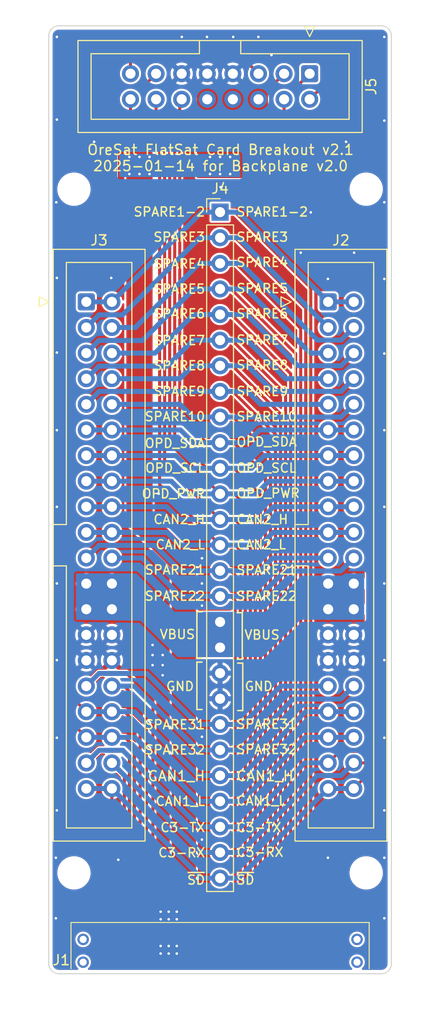
<source format=kicad_pcb>
(kicad_pcb (version 20240108) (generator "pcbnew") (generator_version "8.0")
  (title_block (date "2025-01-13") (rev "2.1"))
  (layers (0 "F.Cu" signal) (31 "B.Cu" signal) (34 "B.Paste" user) (35 "F.Paste" user) (36 "B.SilkS" user "B.Silkscreen") (37 "F.SilkS" user "F.Silkscreen") (38 "B.Mask" user) (39 "F.Mask" user) (44 "Edge.Cuts" user))
  (net 0 "")
  (net 1 "/SPARE1")
  (net 2 "/SPARE3")
  (net 3 "/SPARE4")
  (net 4 "/SPARE5")
  (net 5 "/SPARE6")
  (net 6 "/SPARE7")
  (net 7 "/SPARE8")
  (net 8 "/SPARE9")
  (net 9 "/SPARE10")
  (net 10 "OPD_SDA")
  (net 11 "OPD_SCL")
  (net 12 "CAN2_H")
  (net 13 "CAN2_L")
  (net 14 "/SPARE21")
  (net 15 "/SPARE22")
  (net 16 "VBUS")
  (net 17 "GND")
  (net 18 "/SPARE31")
  (net 19 "/SPARE32")
  (net 20 "CAN1_H")
  (net 21 "CAN1_L")
  (net 22 "C3-UART-TX")
  (net 23 "C3-UART-RX")
  (net 24 "~{SD}")
  (net 25 "OPD_PWR")
  (footprint "MountingHole:MountingHole_3mm" (layer "F.Cu") (at 135.5 132.5)
    (property "Reference" "REF**" (hide yes))
    (property "Value" "MountingHole_3mm")
  )
  (footprint "Connector_PinHeader_2.54mm:PinHeader_1x27_P2.54mm_Vertical" (layer "F.Cu") (at 150 66.975)
    (property "Reference" "J4")
    (property "Value" "68000-227HLF")
  )
  (footprint "Connector_IDC:IDC-Header_2x20_P2.54mm_Vertical" (layer "F.Cu") (at 160.725 75.875)
    (property "Reference" "J2")
    (property "Value" "Conn_01x40")
  )
  (footprint "Connector_IDC:IDC-Header_2x20_P2.54mm_Vertical" (layer "F.Cu") (at 136.725 75.875)
    (property "Reference" "J3")
    (property "Value" "Conn_01x40")
  )
  (footprint "MountingHole:MountingHole_3mm" (layer "F.Cu") (at 164.5 64.7)
    (property "Reference" "REF**" (hide yes))
    (property "Value" "MountingHole_3mm")
  )
  (footprint "oresat-connectors:SFM-120-02-X-DH" (layer "F.Cu") (at 150 142.5 180)
    (property "Reference" "J1")
    (property "Value" "SFM-120-02-L-DH-TR")
  )
  (footprint "Connector_IDC:IDC-Header_2x08_P2.54mm_Vertical" (layer "F.Cu") (at 158.89 53.2475 -90)
    (property "Reference" "J5")
    (property "Value" "Conn_02x08_Odd_Even")
  )
  (footprint "MountingHole:MountingHole_3mm" (layer "F.Cu") (at 164.5 132.5)
    (property "Reference" "REF**" (hide yes))
    (property "Value" "MountingHole_3mm")
  )
  (footprint "MountingHole:MountingHole_3mm" (layer "F.Cu") (at 135.5 64.7)
    (property "Reference" "REF**" (hide yes))
    (property "Value" "MountingHole_3mm")
  )
  (gr_line (start 152.2 106.7) (end 151.7 106.7) (stroke (width 0.15)) (layer "F.SilkS"))
  (gr_line (start 152.2 111.3) (end 152.2 106.7) (stroke (width 0.15)) (layer "F.SilkS"))
  (gr_line (start 148.2 116.3) (end 147.7 116.3) (stroke (width 0.15)) (layer "F.SilkS"))
  (gr_line (start 152.25 116.4) (end 152.25 111.7) (stroke (width 0.15)) (layer "F.SilkS"))
  (gr_line (start 148.2 111.2) (end 147.7 111.2) (stroke (width 0.15)) (layer "F.SilkS"))
  (gr_line (start 147.7 106.6) (end 148.2 106.6) (stroke (width 0.15)) (layer "F.SilkS"))
  (gr_line (start 147.7 111.2) (end 147.7 106.6) (stroke (width 0.15)) (layer "F.SilkS"))
  (gr_line (start 152.25 111.7) (end 151.75 111.7) (stroke (width 0.15)) (layer "F.SilkS"))
  (gr_line (start 151.7 111.3) (end 152.2 111.3) (stroke (width 0.15)) (layer "F.SilkS"))
  (gr_line (start 151.75 116.4) (end 152.25 116.4) (stroke (width 0.15)) (layer "F.SilkS"))
  (gr_line (start 147.7 111.6) (end 148.2 111.6) (stroke (width 0.15)) (layer "F.SilkS"))
  (gr_line (start 147.7 116.3) (end 147.7 111.6) (stroke (width 0.15)) (layer "F.SilkS"))
  (gr_arc (start 133 49.5) (mid 133.292893 48.792893) (end 134 48.5) (stroke (width 0.1)) (layer "Edge.Cuts"))
  (gr_line (start 167 49.5) (end 167 141.5) (stroke (width 0.1)) (layer "Edge.Cuts"))
  (gr_arc (start 166 48.5) (mid 166.707107 48.792893) (end 167 49.5) (stroke (width 0.1)) (layer "Edge.Cuts"))
  (gr_line (start 133 141.5) (end 133 49.5) (stroke (width 0.1)) (layer "Edge.Cuts"))
  (gr_arc (start 167 141.5) (mid 166.707107 142.207107) (end 166 142.5) (stroke (width 0.1)) (layer "Edge.Cuts"))
  (gr_line (start 134 48.5) (end 166 48.5) (stroke (width 0.1)) (layer "Edge.Cuts"))
  (gr_line (start 166 142.5) (end 134 142.5) (stroke (width 0.1)) (layer "Edge.Cuts"))
  (gr_arc (start 134 142.5) (mid 133.292893 142.207107) (end 133 141.5) (stroke (width 0.1)) (layer "Edge.Cuts"))
  (gr_text "SPARE1-2" (at 158.814287 66.95 0) (layer "F.SilkS") (effects (font (size 0.9 0.9)) (justify right)))
  (gr_text "OPD_SCL" (at 148.6 92.35 0) (layer "F.SilkS") (effects (font (size 0.9 0.9)) (justify right)))
  (gr_text "SPARE32" (at 148.6 120.3 0) (layer "F.SilkS") (effects (font (size 0.9 0.9)) (justify right)))
  (gr_text "SPARE31" (at 148.6 117.8 0) (layer "F.SilkS") (effects (font (size 0.9 0.9)) (justify right)))
  (gr_text "SPARE5" (at 156.842858 74.55 0) (layer "F.SilkS") (effects (font (size 0.9 0.9)) (justify right)))
  (gr_text "SPARE4" (at 156.842858 71.95 0) (layer "F.SilkS") (effects (font (size 0.9 0.9)) (justify right)))
  (gr_text "SPARE31" (at 157.700001 117.75 0) (layer "F.SilkS") (effects (font (size 0.9 0.9)) (justify right)))
  (gr_text "C3-TX" (at 156.157143 128 0) (layer "F.SilkS") (effects (font (size 0.9 0.9)) (justify right)))
  (gr_text "CAN1_H" (at 157.389524 122.9 0) (layer "F.SilkS") (effects (font (size 1 1)) (justify right)))
  (gr_text "CAN2_H" (at 148.6 97.45 0) (layer "F.SilkS") (effects (font (size 0.9 0.9)) (justify right)))
  (gr_text "SPARE7" (at 148.6 79.7 0) (layer "F.SilkS") (effects (font (size 0.9 0.9)) (justify right)))
  (gr_text "VBUS" (at 147.6 108.85 0) (layer "F.SilkS") (effects (font (size 0.9 0.9)) (justify right)))
  (gr_text "C3-TX" (at 148.6 128 0) (layer "F.SilkS") (effects (font (size 0.9 0.9)) (justify right)))
  (gr_text "CAN2_L" (at 148.6 99.95 0) (layer "F.SilkS") (effects (font (size 0.9 0.9)) (justify right)))
  (gr_text "VBUS" (at 156 108.9 0) (layer "F.SilkS") (effects (font (size 0.9 0.9)) (justify right)))
  (gr_text "C3-RX" (at 156.371429 130.45 0) (layer "F.SilkS") (effects (font (size 0.9 0.9)) (justify right)))
  (gr_text "C3-RX" (at 148.6 130.5 0) (layer "F.SilkS") (effects (font (size 0.9 0.9)) (justify right)))
  (gr_text "SPARE1-2" (at 148.6 66.95 0) (layer "F.SilkS") (effects (font (size 0.9 0.9)) (justify right)))
  (gr_text "SPARE6" (at 148.6 77.05 0) (layer "F.SilkS") (effects (font (size 0.9 0.9)) (justify right)))
  (gr_text "SPARE21" (at 157.700001 102.45 0) (layer "F.SilkS") (effects (font (size 0.9 0.9)) (justify right)))
  (gr_text "SPARE10" (at 157.700001 87.25 0) (layer "F.SilkS") (effects (font (size 0.9 0.9)) (justify right)))
  (gr_text "CAN1_L\n" (at 156.628571 125.35 0) (layer "F.SilkS") (effects (font (size 0.9 0.9)) (justify right)))
  (gr_text "SPARE10" (at 148.6 87.25 0) (layer "F.SilkS") (effects (font (size 0.9 0.9)) (justify right)))
  (gr_text "SPARE3" (at 156.842858 69.45 0) (layer "F.SilkS") (effects (font (size 0.9 0.9)) (justify right)))
  (gr_text "SPARE7" (at 156.842858 79.65 0) (layer "F.SilkS") (effects (font (size 0.9 0.9)) (justify right)))
  (gr_text "SPARE8" (at 156.842858 82.15 0) (layer "F.SilkS") (effects (font (size 0.9 0.9)) (justify right)))
  (gr_text "OPD_PWR" (at 157.999999 94.85 0) (layer "F.SilkS") (effects (font (size 0.9 0.9)) (justify right)))
  (gr_text "SPARE3" (at 148.6 69.45 0) (layer "F.SilkS") (effects (font (size 0.9 0.9)) (justify right)))
  (gr_text "SPARE32" (at 157.700001 120.25 0) (layer "F.SilkS") (effects (font (size 0.9 0.9)) (justify right)))
  (gr_text "OPD_SDA" (at 148.6 89.9 0) (layer "F.SilkS") (effects (font (size 0.9 0.9)) (justify right)))
  (gr_text "SPARE9" (at 148.6 84.75 0) (layer "F.SilkS") (effects (font (size 0.9 0.9)) (justify right)))
  (gr_text "OreSat FlatSat Card Breakout v2.1\n2025-01-14 for Backplane v2.0" (at 150.05 61.6 0) (layer "F.SilkS") (effects (font (size 1 1))))
  (gr_text "~{SD}" (at 153.5 133.2 0) (layer "F.SilkS") (effects (font (size 0.9 0.9)) (justify right)))
  (gr_text "SPARE6" (at 156.842858 77.05 0) (layer "F.SilkS") (effects (font (size 0.9 0.9)) (justify right)))
  (gr_text "OPD_PWR" (at 148.6 94.9 0) (layer "F.SilkS") (effects (font (size 0.9 0.9)) (justify right)))
  (gr_text "SPARE4" (at 148.6 72.1 0) (layer "F.SilkS") (effects (font (size 0.9 0.9)) (justify right)))
  (gr_text "CAN1_H" (at 148.6 122.9 0) (layer "F.SilkS") (effects (font (size 1 1)) (justify right)))
  (gr_text "CAN1_L\n" (at 148.6 125.4 0) (layer "F.SilkS") (effects (font (size 0.9 0.9)) (justify right)))
  (gr_text "SPARE5" (at 148.6 74.6 0) (layer "F.SilkS") (effects (font (size 0.9 0.9)) (justify right)))
  (gr_text "SPARE22" (at 157.700001 105.05 0) (layer "F.SilkS") (effects (font (size 0.9 0.9)) (justify right)))
  (gr_text "SPARE9" (at 156.842858 84.75 0) (layer "F.SilkS") (effects (font (size 0.9 0.9)) (justify right)))
  (gr_text "SPARE21" (at 148.6 102.45 0) (layer "F.SilkS") (effects (font (size 0.9 0.9)) (justify right)))
  (gr_text "GND" (at 155.3 114 0) (layer "F.SilkS") (effects (font (size 0.9 0.9)) (justify right)))
  (gr_text "CAN2_L" (at 156.628571 99.95 0) (layer "F.SilkS") (effects (font (size 0.9 0.9)) (justify right)))
  (gr_text "OPD_SDA" (at 157.7 89.75 0) (layer "F.SilkS") (effects (font (size 0.9 0.9)) (justify right)))
  (gr_text "GND" (at 147.5 114 0) (layer "F.SilkS") (effects (font (size 0.9 0.9)) (justify right)))
  (gr_text "CAN2_H" (at 156.842857 97.45 0) (layer "F.SilkS") (effects (font (size 0.9 0.9)) (justify right)))
  (gr_text "SPARE8" (at 148.6 82.2 0) (layer "F.SilkS") (effects (font (size 0.9 0.9)) (justify right)))
  (gr_text "SPARE22" (at 148.6 105.05 0) (layer "F.SilkS") (effects (font (size 0.9 0.9)) (justify right)))
  (gr_text "~{SD}" (at 148.6 133.2 0) (layer "F.SilkS") (effects (font (size 0.9 0.9)) (justify right)))
  (gr_text "OPD_SCL" (at 157.657142 92.35 0) (layer "F.SilkS") (effects (font (size 0.9 0.9)) (justify right)))
  (segment (start 161.7475 138.4487) (end 161.7475 134.2475) (width 0.3) (layer "F.Cu") (net 1))
  (segment (start 162.3825 138.4487) (end 161.7475 138.4487) (width 0.3) (layer "F.Cu") (net 1))
  (segment (start 161.7475 134.2475) (end 159 131.5) (width 0.3) (layer "F.Cu") (net 1))
  (segment (start 159 131.5) (end 159 74.5) (width 0.3) (layer "F.Cu") (net 1))
  (segment (start 159 74.5) (end 151.475 66.975) (width 0.3) (layer "F.Cu") (net 1))
  (segment (start 151.475 66.975) (end 150 66.975) (width 0.3) (layer "F.Cu") (net 1))
  (segment (start 148.165 66.975) (end 150 66.975) (width 0.5) (layer "B.Cu") (net 1))
  (segment (start 136.725 75.875) (end 139.265 75.875) (width 0.5) (layer "B.Cu") (net 1))
  (segment (start 163.265 75.875) (end 160.725 75.875) (width 0.5) (layer "B.Cu") (net 1))
  (segment (start 160.725 75.875) (end 151.825 66.975) (width 0.5) (layer "B.Cu") (net 1))
  (segment (start 151.825 66.975) (end 150 66.975) (width 0.5) (layer "B.Cu") (net 1))
  (segment (start 139.265 75.875) (end 148.165 66.975) (width 0.5) (layer "B.Cu") (net 1))
  (segment (start 158.5 132) (end 158.5 76.5) (width 0.3) (layer "F.Cu") (net 2))
  (segment (start 158.5 76.5) (end 151.515 69.515) (width 0.3) (layer "F.Cu") (net 2))
  (segment (start 151.515 69.515) (end 150 69.515) (width 0.3) (layer "F.Cu") (net 2))
  (segment (start 161.1125 134.6125) (end 158.5 132) (width 0.3) (layer "F.Cu") (net 2))
  (segment (start 161.1125 138.4487) (end 161.1125 134.6125) (width 0.3) (layer "F.Cu") (net 2))
  (segment (start 147.985 69.515) (end 140.336911 77.163089) (width 0.5) (layer "B.Cu") (net 2))
  (segment (start 140.336911 77.163089) (end 137.976911 77.163089) (width 0.5) (layer "B.Cu") (net 2))
  (segment (start 160.725 78.415) (end 151.825 69.515) (width 0.5) (layer "B.Cu") (net 2))
  (segment (start 150 69.515) (end 147.985 69.515) (width 0.5) (layer "B.Cu") (net 2))
  (segment (start 151.825 69.515) (end 150 69.515) (width 0.5) (layer "B.Cu") (net 2))
  (segment (start 137.976911 77.163089) (end 136.725 78.415) (width 0.5) (layer "B.Cu") (net 2))
  (segment (start 158 132.5) (end 158 78.5) (width 0.3) (layer "F.Cu") (net 3))
  (segment (start 151.555 72.055) (end 150 72.055) (width 0.3) (layer "F.Cu") (net 3))
  (segment (start 160.4775 134.9775) (end 158 132.5) (width 0.3) (layer "F.Cu") (net 3))
  (segment (start 158 78.5) (end 151.555 72.055) (width 0.3) (layer "F.Cu") (net 3))
  (segment (start 160.4775 138.4487) (end 160.4775 134.9775) (width 0.3) (layer "F.Cu") (net 3))
  (segment (start 139.265 78.415) (end 141.585 78.415) (width 0.5) (layer "B.Cu") (net 3))
  (segment (start 152.055 72.055) (end 150 72.055) (width 0.5) (layer "B.Cu") (net 3))
  (segment (start 162.013089 79.666911) (end 159.666911 79.666911) (width 0.5) (layer "B.Cu") (net 3))
  (segment (start 141.585 78.415) (end 147.945 72.055) (width 0.5) (layer "B.Cu") (net 3))
  (segment (start 147.945 72.055) (end 150 72.055) (width 0.5) (layer "B.Cu") (net 3))
  (segment (start 159.666911 79.666911) (end 152.055 72.055) (width 0.5) (layer "B.Cu") (net 3))
  (segment (start 163.265 78.415) (end 162.013089 79.666911) (width 0.5) (layer "B.Cu") (net 3))
  (segment (start 151.095 74.595) (end 150 74.595) (width 0.3) (layer "F.Cu") (net 4))
  (segment (start 157.5 81) (end 151.095 74.595) (width 0.3) (layer "F.Cu") (net 4))
  (segment (start 157.5 133) (end 157.5 81) (width 0.3) (layer "F.Cu") (net 4))
  (segment (start 159.8425 138.4487) (end 159.8425 135.3425) (width 0.3) (layer "F.Cu") (net 4))
  (segment (start 159.8425 135.3425) (end 157.5 133) (width 0.3) (layer "F.Cu") (net 4))
  (segment (start 152.595 74.595) (end 150 74.595) (width 0.5) (layer "B.Cu") (net 4))
  (segment (start 160.725 80.955) (end 158.955 80.955) (width 0.5) (layer "B.Cu") (net 4))
  (segment (start 158.955 80.955) (end 152.595 74.595) (width 0.5) (layer "B.Cu") (net 4))
  (segment (start 142.296911 79.703089) (end 147.405 74.595) (width 0.5) (layer "B.Cu") (net 4))
  (segment (start 136.725 80.955) (end 137.976911 79.703089) (width 0.5) (layer "B.Cu") (net 4))
  (segment (start 137.976911 79.703089) (end 142.296911 79.703089) (width 0.5) (layer "B.Cu") (net 4))
  (segment (start 147.405 74.595) (end 150 74.595) (width 0.5) (layer "B.Cu") (net 4))
  (segment (start 157 133.5) (end 157 83) (width 0.3) (layer "F.Cu") (net 5))
  (segment (start 159.2075 138.4487) (end 159.2075 135.7075) (width 0.3) (layer "F.Cu") (net 5))
  (segment (start 159.2075 135.7075) (end 157 133.5) (width 0.3) (layer "F.Cu") (net 5))
  (segment (start 157 83) (end 151.135 77.135) (width 0.3) (layer "F.Cu") (net 5))
  (segment (start 151.135 77.135) (end 150 77.135) (width 0.3) (layer "F.Cu") (net 5))
  (segment (start 157.706911 82.206911) (end 162.013089 82.206911) (width 0.5) (layer "B.Cu") (net 5))
  (segment (start 152.635 77.135) (end 157.706911 82.206911) (width 0.5) (layer "B.Cu") (net 5))
  (segment (start 162.013089 82.206911) (end 163.265 80.955) (width 0.5) (layer "B.Cu") (net 5))
  (segment (start 143.545 80.955) (end 147.365 77.135) (width 0.5) (layer "B.Cu") (net 5))
  (segment (start 139.265 80.955) (end 143.545 80.955) (width 0.5) (layer "B.Cu") (net 5))
  (segment (start 147.365 77.135) (end 150 77.135) (width 0.5) (layer "B.Cu") (net 5))
  (segment (start 150 77.135) (end 152.635 77.135) (width 0.5) (layer "B.Cu") (net 5))
  (segment (start 158.5725 136.0725) (end 156.5 134) (width 0.3) (layer "F.Cu") (net 6))
  (segment (start 156.5 85) (end 151.175 79.675) (width 0.3) (layer "F.Cu") (net 6))
  (segment (start 151.175 79.675) (end 150 79.675) (width 0.3) (layer "F.Cu") (net 6))
  (segment (start 158.5725 138.4487) (end 158.5725 136.0725) (width 0.3) (layer "F.Cu") (net 6))
  (segment (start 156.5 134) (end 156.5 85) (width 0.3) (layer "F.Cu") (net 6))
  (segment (start 150 79.675) (end 147.325 79.675) (width 0.5) (layer "B.Cu") (net 6))
  (segment (start 144.756911 82.243089) (end 137.976911 82.243089) (width 0.5) (layer "B.Cu") (net 6))
  (segment (start 156.495 83.495) (end 152.675 79.675) (width 0.5) (layer "B.Cu") (net 6))
  (segment (start 147.325 79.675) (end 144.756911 82.243089) (width 0.5) (layer "B.Cu") (net 6))
  (segment (start 160.725 83.495) (end 156.495 83.495) (width 0.5) (layer "B.Cu") (net 6))
  (segment (start 137.976911 82.243089) (end 136.725 83.495) (width 0.5) (layer "B.Cu") (net 6))
  (segment (start 152.675 79.675) (end 150 79.675) (width 0.5) (layer "B.Cu") (net 6))
  (segment (start 156 87) (end 151.215 82.215) (width 0.3) (layer "F.Cu") (net 7))
  (segment (start 151.215 82.215) (end 150 82.215) (width 0.3) (layer "F.Cu") (net 7))
  (segment (start 157.9375 138.4487) (end 157.9375 136.4375) (width 0.3) (layer "F.Cu") (net 7))
  (segment (start 157.9375 136.4375) (end 156 134.5) (width 0.3) (layer "F.Cu") (net 7))
  (segment (start 156 134.5) (end 156 87) (width 0.3) (layer "F.Cu") (net 7))
  (segment (start 147.285 82.215) (end 150 82.215) (width 0.5) (layer "B.Cu") (net 7))
  (segment (start 146.005 83.495) (end 147.285 82.215) (width 0.5) (layer "B.Cu") (net 7))
  (segment (start 155.246911 84.746911) (end 162.013089 84.746911) (width 0.5) (layer "B.Cu") (net 7))
  (segment (start 162.013089 84.746911) (end 163.265 83.495) (width 0.5) (layer "B.Cu") (net 7))
  (segment (start 152.715 82.215) (end 155.246911 84.746911) (width 0.5) (layer "B.Cu") (net 7))
  (segment (start 150 82.215) (end 152.715 82.215) (width 0.5) (layer "B.Cu") (net 7))
  (segment (start 139.265 83.495) (end 146.005 83.495) (width 0.5) (layer "B.Cu") (net 7))
  (segment (start 157.3025 136.8025) (end 155.5 135) (width 0.3) (layer "F.Cu") (net 8))
  (segment (start 155.5 89) (end 151.255 84.755) (width 0.3) (layer "F.Cu") (net 8))
  (segment (start 151.255 84.755) (end 150 84.755) (width 0.3) (layer "F.Cu") (net 8))
  (segment (start 155.5 135) (end 155.5 89) (width 0.3) (layer "F.Cu") (net 8))
  (segment (start 157.3025 138.4487) (end 157.3025 136.8025) (width 0.3) (layer "F.Cu") (net 8))
  (segment (start 136.725 86.035) (end 138.005 84.755) (width 0.5) (layer "B.Cu") (net 8))
  (segment (start 160.725 86.035) (end 154.035 86.035) (width 0.5) (layer "B.Cu") (net 8))
  (segment (start 154.035 86.035) (end 152.755 84.755) (width 0.5) (layer "B.Cu") (net 8))
  (segment (start 152.755 84.755) (end 150 84.755) (width 0.5) (layer "B.Cu") (net 8))
  (segment (start 138.005 84.755) (end 150 84.755) (width 0.5) (layer "B.Cu") (net 8))
  (segment (start 156.6675 138.4487) (end 156.6675 137.1675) (width 0.3) (layer "F.Cu") (net 9))
  (segment (start 156.6675 137.1675) (end 155 135.5) (width 0.3) (layer "F.Cu") (net 9))
  (segment (start 151.295 87.295) (end 150 87.295) (width 0.3) (layer "F.Cu") (net 9))
  (segment (start 155 135.5) (end 155 91) (width 0.3) (layer "F.Cu") (net 9))
  (segment (start 155 91) (end 151.295 87.295) (width 0.3) (layer "F.Cu") (net 9))
  (segment (start 150 87.295) (end 162.005 87.295) (width 0.5) (layer "B.Cu") (net 9))
  (segment (start 139.265 86.035) (end 146.035 86.035) (width 0.5) (layer "B.Cu") (net 9))
  (segment (start 147.295 87.295) (end 150 87.295) (width 0.5) (layer "B.Cu") (net 9))
  (segment (start 146.035 86.035) (end 147.295 87.295) (width 0.5) (layer "B.Cu") (net 9))
  (segment (start 162.005 87.295) (end 163.265 86.035) (width 0.5) (layer "B.Cu") (net 9))
  (segment (start 151.335 89.835) (end 150 89.835) (width 0.3) (layer "F.Cu") (net 10))
  (segment (start 154.5 93) (end 151.335 89.835) (width 0.3) (layer "F.Cu") (net 10))
  (segment (start 155.3975 136.8975) (end 154.5 136) (width 0.3) (layer "F.Cu") (net 10))
  (segment (start 156.0325 138.4487) (end 155.3975 138.4487) (width 0.3) (layer "F.Cu") (net 10))
  (segment (start 154.5 136) (end 154.5 93) (width 0.3) (layer "F.Cu") (net 10))
  (segment (start 155.3975 138.4487) (end 155.3975 136.8975) (width 0.3) (layer "F.Cu") (net 10))
  (segment (start 150 89.835) (end 148.635 89.835) (width 0.3) (layer "F.Cu") (net 10))
  (segment (start 148.635 89.835) (end 146 87.2) (width 0.3) (layer "F.Cu") (net 10))
  (segment (start 146 87.2) (end 146 55.9775) (width 0.3) (layer "F.Cu") (net 10))
  (segment (start 146 55.9775) (end 146.19 55.7875) (width 0.3) (layer "F.Cu") (net 10))
  (segment (start 153.925 88.575) (end 152.665 89.835) (width 0.5) (layer "B.Cu") (net 10))
  (segment (start 160.725 88.575) (end 163.265 88.575) (width 0.5) (layer "B.Cu") (net 10))
  (segment (start 147.335 89.835) (end 146.075 88.575) (width 0.5) (layer "B.Cu") (net 10))
  (segment (start 160.725 88.575) (end 153.925 88.575) (width 0.5) (layer "B.Cu") (net 10))
  (segment (start 150 89.835) (end 147.335 89.835) (width 0.5) (layer "B.Cu") (net 10))
  (segment (start 139.265 88.575) (end 136.725 88.575) (width 0.5) (layer "B.Cu") (net 10))
  (segment (start 146.075 88.575) (end 139.265 88.575) (width 0.5) (layer "B.Cu") (net 10))
  (segment (start 152.665 89.835) (end 150 89.835) (width 0.5) (layer "B.Cu") (net 10))
  (segment (start 141.6 51.5) (end 141.11 51.99) (width 0.3) (layer "F.Cu") (net 11))
  (segment (start 144.9 57.4) (end 144.9 52.1) (width 0.3) (layer "F.Cu") (net 11))
  (segment (start 144.9 52.1) (end 144.3 51.5) (width 0.3) (layer "F.Cu") (net 11))
  (segment (start 151.375 92.375) (end 150 92.375) (width 0.3) (layer "F.Cu") (net 11))
  (segment (start 154.1275 138.4487) (end 154.1275 136.333928) (width 0.3) (layer "F.Cu") (net 11))
  (segment (start 141.11 51.99) (end 141.11 53.2475) (width 0.3) (layer "F.Cu") (net 11))
  (segment (start 154 95) (end 151.375 92.375) (width 0.3) (layer "F.Cu") (net 11))
  (segment (start 144.3 51.5) (end 141.6 51.5) (width 0.3) (layer "F.Cu") (net 11))
  (segment (start 145.5 58) (end 144.9 57.4) (width 0.3) (layer "F.Cu") (net 11))
  (segment (start 150 92.375) (end 148.675 92.375) (width 0.3) (layer "F.Cu") (net 11))
  (segment (start 154.1275 136.333928) (end 154 136.206428) (width 0.3) (layer "F.Cu") (net 11))
  (segment (start 145.5 89.2) (end 145.5 58) (width 0.3) (layer "F.Cu") (net 11))
  (segment (start 148.675 92.375) (end 145.5 89.2) (width 0.3) (layer "F.Cu") (net 11))
  (segment (start 154 136.206428) (end 154 95) (width 0.3) (layer "F.Cu") (net 11))
  (segment (start 154.7625 138.4487) (end 154.1275 138.4487) (width 0.3) (layer "F.Cu") (net 11))
  (segment (start 139.265 91.115) (end 136.725 91.115) (width 0.5) (layer "B.Cu") (net 11))
  (segment (start 163.265 91.115) (end 160.725 91.115) (width 0.5) (layer "B.Cu") (net 11))
  (segment (start 145.615 91.115) (end 139.265 91.115) (width 0.5) (layer "B.Cu") (net 11))
  (segment (start 153.125 92.375) (end 150 92.375) (width 0.5) (layer "B.Cu") (net 11))
  (segment (start 154.385 91.115) (end 153.125 92.375) (width 0.5) (layer "B.Cu") (net 11))
  (segment (start 146.875 92.375) (end 145.615 91.115) (width 0.5) (layer "B.Cu") (net 11))
  (segment (start 160.725 91.115) (end 154.385 91.115) (width 0.5) (layer "B.Cu") (net 11))
  (segment (start 150 92.375) (end 146.875 92.375) (width 0.5) (layer "B.Cu") (net 11))
  (segment (start 153 135.5) (end 153 99) (width 0.3) (layer "F.Cu") (net 12))
  (segment (start 150 97.455) (end 144.5 91.955) (width 0.3) (layer "F.Cu") (net 12))
  (segment (start 151.5875 136.9125) (end 153 135.5) (width 0.3) (layer "F.Cu") (net 12))
  (segment (start 151.5875 138.4487) (end 151.5875 136.9125) (width 0.3) (layer "F.Cu") (net 12))
  (segment (start 142.4 54.4975) (end 143.65 53.2475) (width 0.3) (layer "F.Cu") (net 12))
  (segment (start 151.455 97.455) (end 150 97.455) (width 0.3) (layer "F.Cu") (net 12))
  (segment (start 144.5 91.955) (end 144.5 59.5) (width 0.3) (layer "F.Cu") (net 12))
  (segment (start 144.5 59.5) (end 142.4 57.4) (width 0.3) (layer "F.Cu") (net 12))
  (segment (start 152.2225 138.4487) (end 151.5875 138.4487) (width 0.3) (layer "F.Cu") (net 12))
  (segment (start 153 99) (end 151.455 97.455) (width 0.3) (layer "F.Cu") (net 12))
  (segment (start 142.4 57.4) (end 142.4 54.4975) (width 0.3) (layer "F.Cu") (net 12))
  (segment (start 150 97.455) (end 154.045 97.455) (width 0.5) (layer "B.Cu") (net 12))
  (segment (start 154.045 97.455) (end 155.305 96.195) (width 0.5) (layer "B.Cu") (net 12))
  (segment (start 145.955 97.455) (end 150 97.455) (width 0.5) (layer "B.Cu") (net 12))
  (segment (start 155.305 96.195) (end 160.725 96.195) (width 0.5) (layer "B.Cu") (net 12))
  (segment (start 139.265 96.195) (end 144.695 96.195) (width 0.5) (layer "B.Cu") (net 12))
  (segment (start 144.695 96.195) (end 145.955 97.455) (width 0.5) (layer "B.Cu") (net 12))
  (segment (start 139.265 96.195) (end 136.725 96.195) (width 0.5) (layer "B.Cu") (net 12))
  (segment (start 160.725 96.195) (end 163.265 96.195) (width 0.5) (layer "B.Cu") (net 12))
  (segment (start 150.3175 137.1825) (end 152.5 135) (width 0.3) (layer "F.Cu") (net 13))
  (segment (start 144 93.995) (end 144 60.5) (width 0.3) (layer "F.Cu") (net 13))
  (segment (start 152.5 101) (end 151.495 99.995) (width 0.3) (layer "F.Cu") (net 13))
  (segment (start 141.11 57.61) (end 141.11 55.7875) (width 0.3) (layer "F.Cu") (net 13))
  (segment (start 144 60.5) (end 141.11 57.61) (width 0.3) (layer "F.Cu") (net 13))
  (segment (start 151.495 99.995) (end 150 99.995) (width 0.3) (layer "F.Cu") (net 13))
  (segment (start 150 99.995) (end 144 93.995) (width 0.3) (layer "F.Cu") (net 13))
  (segment (start 150.9525 138.4487) (end 150.3175 138.4487) (width 0.3) (layer "F.Cu") (net 13))
  (segment (start 150.3175 138.4487) (end 150.3175 137.1825) (width 0.3) (layer "F.Cu") (net 13))
  (segment (start 152.5 135) (end 152.5 101) (width 0.3) (layer "F.Cu") (net 13))
  (segment (start 150 99.995) (end 154.005 99.995) (width 0.5) (layer "B.Cu") (net 13))
  (segment (start 145.995 99.995) (end 150 99.995) (width 0.5) (layer "B.Cu") (net 13))
  (segment (start 139.265 98.735) (end 136.725 98.735) (width 0.5) (layer "B.Cu") (net 13))
  (segment (start 163.265 98.735) (end 160.725 98.735) (width 0.5) (layer "B.Cu") (net 13))
  (segment (start 154.005 99.995) (end 155.265 98.735) (width 0.5) (layer "B.Cu") (net 13))
  (segment (start 144.735 98.735) (end 145.995 99.995) (width 0.5) (layer "B.Cu") (net 13))
  (segment (start 139.265 98.735) (end 144.735 98.735) (width 0.5) (layer "B.Cu") (net 13))
  (segment (start 155.265 98.735) (end 160.725 98.735) (width 0.5) (layer "B.Cu") (net 13))
  (segment (start 149.6825 136.8175) (end 152 134.5) (width 0.3) (layer "F.Cu") (net 14))
  (segment (start 152 134.5) (end 152 103.5) (width 0.3) (layer "F.Cu") (net 14))
  (segment (start 152 103.5) (end 151.035 102.535) (width 0.3) (layer "F.Cu") (net 14))
  (segment (start 149.6825 138.4487) (end 149.6825 136.8175) (width 0.3) (layer "F.Cu") (net 14))
  (segment (start 151.035 102.535) (end 150 102.535) (width 0.3) (layer "F.Cu") (net 14))
  (segment (start 150 102.535) (end 153.965 102.535) (width 0.5) (layer "B.Cu") (net 14))
  (segment (start 136.725 101.275) (end 137.976911 100.023089) (width 0.5) (layer "B.Cu") (net 14))
  (segment (start 153.965 102.535) (end 155.225 101.275) (width 0.5) (layer "B.Cu") (net 14))
  (segment (start 146.035 102.535) (end 150 102.535) (width 0.5) (layer "B.Cu") (net 14))
  (segment (start 137.976911 100.023089) (end 143.523089 100.023089) (width 0.5) (layer "B.Cu") (net 14))
  (segment (start 143.523089 100.023089) (end 146.035 102.535) (width 0.5) (layer "B.Cu") (net 14))
  (segment (start 155.225 101.275) (end 160.725 101.275) (width 0.5) (layer "B.Cu") (net 14))
  (segment (start 151.5 134) (end 151.5 105.5) (width 0.3) (layer "F.Cu") (net 15))
  (segment (start 149.0475 136.4525) (end 151.5 134) (width 0.3) (layer "F.Cu") (net 15))
  (segment (start 151.075 105.075) (end 150 105.075) (width 0.3) (layer "F.Cu") (net 15))
  (segment (start 151.5 105.5) (end 151.075 105.075) (width 0.3) (layer "F.Cu") (net 15))
  (segment (start 149.0475 138.4487) (end 149.0475 136.4525) (width 0.3) (layer "F.Cu") (net 15))
  (segment (start 150 105.075) (end 153.925 105.075) (width 0.5) (layer "B.Cu") (net 15))
  (segment (start 161.976911 102.563089) (end 163.265 101.275) (width 0.5) (layer "B.Cu") (net 15))
  (segment (start 146.075 105.075) (end 150 105.075) (width 0.5) (layer "B.Cu") (net 15))
  (segment (start 139.265 101.275) (end 142.275 101.275) (width 0.5) (layer "B.Cu") (net 15))
  (segment (start 142.275 101.275) (end 146.075 105.075) (width 0.5) (layer "B.Cu") (net 15))
  (segment (start 153.925 105.075) (end 156.436911 102.563089) (width 0.5) (layer "B.Cu") (net 15))
  (segment (start 156.436911 102.563089) (end 161.976911 102.563089) (width 0.5) (layer "B.Cu") (net 15))
  (segment (start 148.4125 138.4487) (end 147.7775 138.4487) (width 0.3) (layer "F.Cu") (net 16))
  (segment (start 147.1425 138.4487) (end 146.5075 138.4487) (width 0.3) (layer "F.Cu") (net 16))
  (segment (start 147.7775 138.4487) (end 147.1425 138.4487) (width 0.3) (layer "F.Cu") (net 16))
  (via (at 150 63.2) (size 0.508) (drill 0.254) (layers "F.Cu" "B.Cu") (net 16))
  (via (at 142 63.2) (size 0.508) (drill 0.254) (layers "F.Cu" "B.Cu") (net 16))
  (via (at 141 61.5) (size 0.508) (drill 0.254) (layers "F.Cu" "B.Cu") (net 16))
  (via (at 143 61.5) (size 0.508) (drill 0.254) (layers "F.Cu" "B.Cu") (net 16))
  (via (at 151 61.5) (size 0.508) (drill 0.254) (layers "F.Cu" "B.Cu") (net 16))
  (via (at 151 63.2) (size 0.508) (drill 0.254) (layers "F.Cu" "B.Cu") (net 16))
  (via (at 149 63.2) (size 0.508) (drill 0.254) (layers "F.Cu" "B.Cu") (net 16))
  (via (at 142 61.5) (size 0.508) (drill 0.254) (layers "F.Cu" "B.Cu") (net 16))
  (via (at 149 61.5) (size 0.508) (drill 0.254) (layers "F.Cu" "B.Cu") (net 16))
  (via (at 141 63.2) (size 0.508) (drill 0.254) (layers "F.Cu" "B.Cu") (net 16))
  (via (at 143 63.2) (size 0.508) (drill 0.254) (layers "F.Cu" "B.Cu") (net 16))
  (via (at 150 61.5) (size 0.508) (drill 0.254) (layers "F.Cu" "B.Cu") (net 16))
  (via (at 166.3 119.1) (size 0.508) (drill 0.254) (layers "F.Cu" "B.Cu") (net 17))
  (via (at 133.8 119.1) (size 0.508) (drill 0.254) (layers "F.Cu" "B.Cu") (net 17))
  (via (at 166.3 103.8) (size 0.508) (drill 0.254) (layers "F.Cu" "B.Cu") (net 17))
  (via (at 143.9 94.9) (size 0.508) (drill 0.254) (layers "F.Cu" "B.Cu") (net 17))
  (via (at 133.8 73.5) (size 0.508) (drill 0.254) (layers "F.Cu" "B.Cu") (net 17))
  (via (at 145.7 140.5) (size 0.508) (drill 0.254) (layers "F.Cu" "B.Cu") (net 17))
  (via (at 153.8 49.6) (size 0.508) (drill 0.254) (layers "F.Cu" "B.Cu") (net 17))
  (via (at 144.9 137.1) (size 0.508) (drill 0.254) (layers "F.Cu" "B.Cu") (net 17))
  (via (at 148.2 106) (size 0.508) (drill 0.254) (layers "F.Cu" "B.Cu") (net 17))
  (via (at 133.8 88.6) (size 0.508) (drill 0.254) (layers "F.Cu" "B.Cu") (net 17))
  (via (at 144.1 136.35) (size 0.508) (drill 0.254) (layers "F.Cu" "B.Cu") (net 17))
  (via (at 144.3 112.9) (size 0.508) (drill 0.254) (layers "F.Cu" "B.Cu") (net 17))
  (via (at 133.8 57.8) (size 0.508) (drill 0.254) (layers "F.Cu" "B.Cu") (net 17))
  (via (at 133.8 96.2) (size 0.508) (drill 0.254) (layers "F.Cu" "B.Cu") (net 17))
  (via (at 162.5 60) (size 0.508) (drill 0.254) (layers "F.Cu" "B.Cu") (net 17))
  (via (at 144.1 137.1) (size 0.508) (drill 0.254) (layers "F.Cu" "B.Cu") (net 17))
  (via (at 166.3 137) (size 0.508) (drill 0.254) (layers "F.Cu" "B.Cu") (net 17))
  (via (at 143.3 110.9) (size 0.508) (drill 0.254) (layers "F.Cu" "B.Cu") (net 17))
  (via (at 133.75 66) (size 0.508) (drill 0.254) (layers "F.Cu" "B.Cu") (net 17))
  (via (at 166.3 96.2) (size 0.508) (drill 0.254) (layers "F.Cu" "B.Cu") (net 17))
  (via (at 150.05 64.5) (size 0.508) (drill 0.254) (layers "F.Cu" "B.Cu") (net 17))
  (via (at 139.2 73.5) (size 0.508) (drill 0.254) (layers "F.Cu" "B.Cu") (net 17))
  (via (at 166.3 66) (size 0.508) (drill 0.254) (layers "F.Cu" "B.Cu") (net 17))
  (via (at 160.7 73.6) (size 0.508) (drill 0.254) (layers "F.Cu" "B.Cu") (net 17))
  (via (at 133.8 126.3) (size 0.508) (drill 0.254) (layers "F.Cu" "B.Cu") (net 17))
  (via (at 133.8 49.6) (size 0.508) (drill 0.254) (layers "F.Cu" "B.Cu") (net 17))
  (via (at 166.3 88.6) (size 0.508) (drill 0.254) (layers "F.Cu" "B.Cu") (net 17))
  (via (at 133.8 111.4) (size 0.508) (drill 0.254) (layers "F.Cu" "B.Cu") (net 17))
  (via (at 148.7 49.6) (size 0.508) (drill 0.254) (layers "F.Cu" "B.Cu") (net 17))
  (via (at 148.2 101.3) (size 0.508) (drill 0.254) (layers "F.Cu" "B.Cu") (net 17))
  (via (at 144.1 139.75) (size 0.508) (drill 0.254) (layers "F.Cu" "B.Cu") (net 17))
  (via (at 133.7 137) (size 0.508) (drill 0.254) (layers "F.Cu" "B.Cu") (net 17))
  (via (at 166.3 73.6) (size 0.508) (drill 0.254) (layers "F.Cu" "B.Cu") (net 17))
  (via (at 148.2 119) (size 0.508) (drill 0.254) (layers "F.Cu" "B.Cu") (net 17))
  (via (at 133.7 131) (size 0.508) (drill 0.254) (layers "F.Cu" "B.Cu") (net 17))
  (via (at 163.3 71) (size 0.508) (drill 0.254) (layers "F.Cu" "B.Cu") (net 17))
  (via (at 148.2 129.2) (size 0.508) (drill 0.254) (layers "F.Cu" "B.Cu") (net 17))
  (via (at 160.7 131) (size 0.508) (drill 0.254) (layers "F.Cu" "B.Cu") (net 17))
  (via (at 144.9 140.5) (size 0.508) (drill 0.254) (layers "F.Cu" "B.Cu") (net 17))
  (via (at 151.3 49.6) (size 0.508) (drill 0.254) (layers "F.Cu" "B.Cu") (net 17))
  (via (at 144.3 110.9) (size 0.508) (drill 0.254) (layers "F.Cu" "B.Cu") (net 17))
  (via (at 145.7 137.1) (size 0.508) (drill 0.254) (layers "F.Cu" "B.Cu") (net 17))
  (via (at 137.5 60) (size 0.508) (drill 0.254) (layers "F.Cu" "B.Cu") (net 17))
  (via (at 144.1 140.5) (size 0.508) (drill 0.254) (layers "F.Cu" "B.Cu") (net 17))
  (via (at 155.1 51.4) (size 0.508) (drill 0.254) (layers "F.Cu" "B.Cu") (net 17))
  (via (at 144.3 111.9) (size 0.508) (drill 0.254) (layers "F.Cu" "B.Cu") (net 17))
  (via (at 143.3 109.9) (size 0.508) (drill 0.254) (layers "F.Cu" "B.Cu") (net 17))
  (via (at 148.2 103.8) (size 0.508) (drill 0.254) (layers "F.Cu" "B.Cu") (net 17))
  (via (at 166.3 81) (size 0.508) (drill 0.254) (layers "F.Cu" "B.Cu") (net 17))
  (via (at 139.9 131.2) (size 0.508) (drill 0.254) (layers "F.Cu" "B.Cu") (net 17))
  (via (at 133.8 103.8) (size 0.508) (drill 0.254) (layers "F.Cu" "B.Cu") (net 17))
  (via (at 166.3 111.4) (size 0.508) (drill 0.254) (layers "F.Cu" "B.Cu") (net 17))
  (via (at 145.7 139.75) (size 0.508) (drill 0.254) (layers "F.Cu" "B.Cu") (net 17))
  (via (at 143.3 111.9) (size 0.508) (drill 0.254) (layers "F.Cu" "B.Cu") (net 17))
  (via (at 144.9 136.35) (size 0.508) (drill 0.254) (layers "F.Cu" "B.Cu") (net 17))
  (via (at 166.3 57.9) (size 0.508) (drill 0.254) (layers "F.Cu" "B.Cu") (net 17))
  (via (at 166.3 131) (size 0.508) (drill 0.254) (layers "F.Cu" "B.Cu") (net 17))
  (via (at 145.7 136.35) (size 0.508) (drill 0.254) (layers "F.Cu" "B.Cu") (net 17))
  (via (at 159 67) (size 0.508) (drill 0.254) (layers "F.Cu" "B.Cu") (net 17))
  (via (at 153.5 67) (size 0.508) (drill 0.254) (layers "F.Cu" "B.Cu") (net 17))
  (via (at 144.9 139.75) (size 0.508) (drill 0.254) (layers "F.Cu" "B.Cu") (net 17))
  (via (at 166.3 126.3) (size 0.508) (drill 0.254) (layers "F.Cu" "B.Cu") (net 17))
  (via (at 146.2 49.6) (size 0.508) (drill 0.254) (layers "F.Cu" "B.Cu") (net 17))
  (via (at 133.8 80.9) (size 0.508) (drill 0.254) (layers "F.Cu" "B.Cu") (net 17))
  (via (at 158 71) (size 0.508) (drill 0.254) (layers "F.Cu" "B.Cu") (net 17))
  (via (at 166.3 49.6) (size 0.508) (drill 0.254) (layers "F.Cu" "B.Cu") (net 17))
  (segment (start 143.3325 115.3325) (end 140.7 112.7) (width 0.3) (layer "F.Cu") (net 18))
  (segment (start 140.7 112.7) (end 138 112.7) (width 0.3) (layer "F.Cu") (net 18))
  (segment (start 138 112.7) (end 136.725 113.975) (width 0.3) (layer "F.Cu") (net 18))
  (segment (start 143.3325 138.4487) (end 143.3325 115.3325) (width 0.3) (layer "F.Cu") (net 18))
  (segment (start 142.723089 112.723089) (end 147.775 117.775) (width 0.5) (layer "B.Cu") (net 18))
  (segment (start 156.025 113.975) (end 160.725 113.975) (width 0.5) (layer "B.Cu") (net 18))
  (segment (start 136.725 113.975) (end 137.976911 112.723089) (width 0.5) (layer "B.Cu") (net 18))
  (segment (start 147.775 117.775) (end 150 117.775) (width 0.5) (layer "B.Cu") (net 18))
  (segment (start 150 117.775) (end 152.225 117.775) (width 0.5) (layer "B.Cu") (net 18))
  (segment (start 137.976911 112.723089) (end 142.723089 112.723089) (width 0.5) (layer "B.Cu") (net 18))
  (segment (start 152.225 117.775) (end 156.025 113.975) (width 0.5) (layer "B.Cu") (net 18))
  (segment (start 140.475 113.975) (end 139.265 113.975) (width 0.3) (layer "F.Cu") (net 19))
  (segment (start 142.6975 138.4487) (end 142.6975 116.1975) (width 0.3) (layer "F.Cu") (net 19))
  (segment (start 142.6975 116.1975) (end 140.475 113.975) (width 0.3) (layer "F.Cu") (net 19))
  (segment (start 150 120.315) (end 152.185 120.315) (width 0.5) (layer "B.Cu") (net 19))
  (segment (start 152.185 120.315) (end 157.236911 115.263089) (width 0.5) (layer "B.Cu") (net 19))
  (segment (start 161.976911 115.263089) (end 163.265 113.975) (width 0.5) (layer "B.Cu") (net 19))
  (segment (start 141.475 113.975) (end 147.815 120.315) (width 0.5) (layer "B.Cu") (net 19))
  (segment (start 139.265 113.975) (end 141.475 113.975) (width 0.5) (layer "B.Cu") (net 19))
  (segment (start 157.236911 115.263089) (end 161.976911 115.263089) (width 0.5) (layer "B.Cu") (net 19))
  (segment (start 147.815 120.315) (end 150 120.315) (width 0.5) (layer "B.Cu") (net 19))
  (segment (start 140.515 116.515) (end 139.265 116.515) (width 0.3) (layer "F.Cu") (net 20))
  (segment (start 136.725 116.515) (end 135 114.79) (width 0.3) (layer "F.Cu") (net 20))
  (segment (start 151.5625 51) (end 153.81 53.2475) (width 0.3) (layer "F.Cu") (net 20))
  (segment (start 140.5 51) (end 151.5625 51) (width 0.3) (layer "F.Cu") (net 20))
  (segment (start 142.0625 138.4487) (end 142.0625 118.0625) (width 0.3) (layer "F.Cu") (net 20))
  (segment (start 135 114.79) (end 135 75) (width 0.3) (layer "F.Cu") (net 20))
  (segment (start 142.0625 138.4487) (end 141.4275 138.4487) (width 0.3) (layer "F.Cu") (net 20))
  (segment (start 139.5 70.5) (end 139.5 52) (width 0.3) (layer "F.Cu") (net 20))
  (segment (start 142.0625 118.0625) (end 140.515 116.515) (width 0.3) (layer "F.Cu") (net 20))
  (segment (start 139.5 52) (end 140.5 51) (width 0.3) (layer "F.Cu") (net 20))
  (segment (start 135 75) (end 139.5 70.5) (width 0.3) (layer "F.Cu") (net 20))
  (segment (start 150 122.855) (end 152.145 122.855) (width 0.5) (layer "B.Cu") (net 20))
  (segment (start 139.265 116.515) (end 136.725 116.515) (width 0.5) (layer "B.Cu") (net 20))
  (segment (start 141.515 116.515) (end 147.855 122.855) (width 0.5) (layer "B.Cu") (net 20))
  (segment (start 158.485 116.515) (end 160.725 116.515) (width 0.5) (layer "B.Cu") (net 20))
  (segment (start 139.265 116.515) (end 141.515 116.515) (width 0.5) (layer "B.Cu") (net 20))
  (segment (start 152.145 122.855) (end 158.485 116.515) (width 0.5) (layer "B.Cu") (net 20))
  (segment (start 163.265 116.515) (end 160.725 116.515) (width 0.5) (layer "B.Cu") (net 20))
  (segment (start 147.855 122.855) (end 150 122.855) (width 0.5) (layer "B.Cu") (net 20))
  (segment (start 140.7925 138.4487) (end 140.7925 136.7075) (width 0.3) (layer "F.Cu") (net 21))
  (segment (start 140 50.5) (end 159.5 50.5) (width 0.3) (layer "F.Cu") (net 21))
  (segment (start 140.7925 136.7075) (end 141.5 136) (width 0.3) (layer "F.Cu") (net 21))
  (segment (start 140.7925 138.4487) (end 140.1575 138.4487) (width 0.3) (layer "F.Cu") (net 21))
  (segment (start 141.5 136) (end 141.5 120) (width 0.3) (layer "F.Cu") (net 21))
  (segment (start 159.5 50.5) (end 161 52) (width 0.3) (layer "F.Cu") (net 21))
  (segment (start 139 70) (end 139 51.5) (width 0.3) (layer "F.Cu") (net 21))
  (segment (start 161 53.6775) (end 158.89 55.7875) (width 0.3) (layer "F.Cu") (net 21))
  (segment (start 140.555 119.055) (end 139.265 119.055) (width 0.3) (layer "F.Cu") (net 21))
  (segment (start 134.5 116.83) (end 134.5 74.5) (width 0.3) (layer "F.Cu") (net 21))
  (segment (start 134.5 74.5) (end 139 70) (width 0.3) (layer "F.Cu") (net 21))
  (segment (start 161 52) (end 161 53.6775) (width 0.3) (layer "F.Cu") (net 21))
  (segment (start 136.725 119.055) (end 134.5 116.83) (width 0.3) (layer "F.Cu") (net 21))
  (segment (start 141.5 120) (end 140.555 119.055) (width 0.3) (layer "F.Cu") (net 21))
  (segment (start 139 51.5) (end 140 50.5) (width 0.3) (layer "F.Cu") (net 21))
  (segment (start 141.555 119.055) (end 147.895 125.395) (width 0.5) (layer "B.Cu") (net 21))
  (segment (start 158.445 119.055) (end 152.105 125.395) (width 0.5) (layer "B.Cu") (net 21))
  (segment (start 160.725 119.055) (end 163.265 119.055) (width 0.5) (layer "B.Cu") (net 21))
  (segment (start 160.725 119.055) (end 158.445 119.055) (width 0.5) (layer "B.Cu") (net 21))
  (segment (start 139.265 119.055) (end 141.555 119.055) (width 0.5) (layer "B.Cu") (net 21))
  (segment (start 152.105 125.395) (end 150 125.395) (width 0.5) (layer "B.Cu") (net 21))
  (segment (start 139.265 119.055) (end 136.725 119.055) (width 0.5) (layer "B.Cu") (net 21))
  (segment (start 147.895 125.395) (end 150 125.395) (width 0.5) (layer "B.Cu") (net 21))
  (segment (start 138.02 120.3) (end 136.725 121.595) (width 0.3) (layer "F.Cu") (net 22))
  (segment (start 155.1 54.4975) (end 156.35 53.2475) (width 0.3) (layer "F.Cu") (net 22))
  (segment (start 155.1 61.1) (end 155.1 54.4975) (width 0.3) (layer "F.Cu") (net 22))
  (segment (start 164.7 119.8) (end 164.7 70.7) (width 0.3) (layer "F.Cu") (net 22))
  (segment (start 139.5225 138.4487) (end 139.5225 136.9775) (width 0.3) (layer "F.Cu") (net 22))
  (segment (start 140.3 120.3) (end 138.02 120.3) (width 0.3) (layer "F.Cu") (net 22))
  (segment (start 139.5225 136.9775) (end 141 135.5) (width 0.3) (layer "F.Cu") (net 22))
  (segment (start 141 121) (end 140.3 120.3) (width 0.3) (layer "F.Cu") (net 22))
  (segment (start 164.7 70.7) (end 155.1 61.1) (width 0.3) (layer "F.Cu") (net 22))
  (segment (start 160.725 121.595) (end 161.876911 120.443089) (width 0.3) (layer "F.Cu") (net 22))
  (segment (start 164.056911 120.443089) (end 164.7 119.8) (width 0.3) (layer "F.Cu") (net 22))
  (segment (start 161.876911 120.443089) (end 164.056911 120.443089) (width 0.3) (layer "F.Cu") (net 22))
  (segment (start 141 135.5) (end 141 121) (width 0.3) (layer "F.Cu") (net 22))
  (segment (start 147.935 127.935) (end 150 127.935) (width 0.5) (layer "B.Cu") (net 22))
  (segment (start 158.405 121.595) (end 152.065 127.935) (width 0.5) (layer "B.Cu") (net 22))
  (segment (start 160.725 121.595) (end 158.405 121.595) (width 0.5) (layer "B.Cu") (net 22))
  (segment (start 152.065 127.935) (end 150 127.935) (width 0.5) (layer "B.Cu") (net 22))
  (segment (start 137.976911 120.343089) (end 140.343089 120.343089) (width 0.5) (layer "B.Cu") (net 22))
  (segment (start 136.725 121.595) (end 137.976911 120.343089) (width 0.5) (layer "B.Cu") (net 22))
  (segment (start 140.343089 120.343089) (end 147.935 127.935) (width 0.5) (layer "B.Cu") (net 22))
  (segment (start 138.8875 138.4487) (end 138.8875 136.6125) (width 0.3) (layer "F.Cu") (net 23))
  (segment (start 163.265 121.595) (end 164.467081 121.595) (width 0.3) (layer "F.Cu") (net 23))
  (segment (start 165.2 70.2) (end 156.35 61.35) (width 0.3) (layer "F.Cu") (net 23))
  (segment (start 164.467081 121.595) (end 165.2 120.862081) (width 0.3) (layer "F.Cu") (net 23))
  (segment (start 140.5 135) (end 140.5 122.83) (width 0.3) (layer "F.Cu") (net 23))
  (segment (start 138.8875 136.6125) (end 140.5 135) (width 0.3) (layer "F.Cu") (net 23))
  (segment (start 156.35 61.35) (end 156.35 55.7875) (width 0.3) (layer "F.Cu") (net 23))
  (segment (start 165.2 120.862081) (end 165.2 70.2) (width 0.3) (layer "F.Cu") (net 23))
  (segment (start 140.5 122.83) (end 139.265 121.595) (width 0.3) (layer "F.Cu") (net 23))
  (segment (start 159.653089 122.846911) (end 162.013089 122.846911) (width 0.5) (layer "B.Cu") (net 23))
  (segment (start 148.145 130.475) (end 139.265 121.595) (width 0.5) (layer "B.Cu") (net 23))
  (segment (start 150 130.475) (end 152.025 130.475) (width 0.5) (layer "B.Cu") (net 23))
  (segment (start 162.013089 122.846911) (end 163.265 121.595) (width 0.5) (layer "B.Cu") (net 23))
  (segment (start 150 130.475) (end 148.145 130.475) (width 0.5) (layer "B.Cu") (net 23))
  (segment (start 152.025 130.475) (end 159.653089 122.846911) (width 0.5) (layer "B.Cu") (net 23))
  (segment (start 165.7 121.7) (end 165.7 69.7) (width 0.3) (layer "F.Cu") (net 24))
  (segment (start 138.2525 136.2475) (end 139.265 135.235) (width 0.3) (layer "F.Cu") (net 24))
  (segment (start 165.7 69.7) (end 157.6 61.6) (width 0.3) (layer "F.Cu") (net 24))
  (segment (start 157.6 61.6) (end 157.6 54.5375) (width 0.3) (layer "F.Cu") (net 24))
  (segment (start 138.2525 138.4487) (end 138.2525 136.2475) (width 0.3) (layer "F.Cu") (net 24))
  (segment (start 157.6 54.5375) (end 158.89 53.2475) (width 0.3) (layer "F.Cu") (net 24))
  (segment (start 138.2525 138.4487) (end 137.6175 138.4487) (width 0.3) (layer "F.Cu") (net 24))
  (segment (start 139.265 135.235) (end 139.265 124.135) (width 0.3) (layer "F.Cu") (net 24))
  (segment (start 163.265 124.135) (end 165.7 121.7) (width 0.3) (layer "F.Cu") (net 24))
  (segment (start 150 133.015) (end 148.145 133.015) (width 0.5) (layer "B.Cu") (net 24))
  (segment (start 163.265 124.135) (end 160.725 124.135) (width 0.5) (layer "B.Cu") (net 24))
  (segment (start 148.145 133.015) (end 139.265 124.135) (width 0.5) (layer "B.Cu") (net 24))
  (segment (start 151.845 133.015) (end 160.725 124.135) (width 0.5) (layer "B.Cu") (net 24))
  (segment (start 150 133.015) (end 151.845 133.015) (width 0.5) (layer "B.Cu") (net 24))
  (segment (start 139.265 124.135) (end 136.725 124.135) (width 0.5) (layer "B.Cu") (net 24))
  (segment (start 145 89.915) (end 145 59) (width 0.3) (layer "F.Cu") (net 25))
  (segment (start 143.65 57.65) (end 143.65 55.7875) (width 0.3) (layer "F.Cu") (net 25))
  (segment (start 153.4925 138.4487) (end 152.8575 138.4487) (width 0.3) (layer "F.Cu") (net 25))
  (segment (start 145 59) (end 143.65 57.65) (width 0.3) (layer "F.Cu") (net 25))
  (segment (start 153.5 97) (end 151.415 94.915) (width 0.3) (layer "F.Cu") (net 25))
  (segment (start 153.5 136) (end 153.5 97) (width 0.3) (layer "F.Cu") (net 25))
  (segment (start 152.8575 138.4487) (end 152.8575 136.6425) (width 0.3) (layer "F.Cu") (net 25))
  (segment (start 151.415 94.915) (end 150 94.915) (width 0.3) (layer "F.Cu") (net 25))
  (segment (start 150 94.915) (end 145 89.915) (width 0.3) (layer "F.Cu") (net 25))
  (segment (start 152.8575 136.6425) (end 153.5 136) (width 0.3) (layer "F.Cu") (net 25))
  (segment (start 139.265 93.655) (end 136.725 93.655) (width 0.5) (layer "B.Cu") (net 25))
  (segment (start 153.585 94.915) (end 154.845 93.655) (width 0.5) (layer "B.Cu") (net 25))
  (segment (start 154.845 93.655) (end 160.725 93.655) (width 0.5) (layer "B.Cu") (net 25))
  (segment (start 139.265 93.655) (end 145.155 93.655) (width 0.5) (layer "B.Cu") (net 25))
  (segment (start 150 94.915) (end 153.585 94.915) (width 0.5) (layer "B.Cu") (net 25))
  (segment (start 163.265 93.655) (end 160.725 93.655) (width 0.5) (layer "B.Cu") (net 25))
  (segment (start 146.415 94.915) (end 150 94.915) (width 0.5) (layer "B.Cu") (net 25))
  (segment (start 145.155 93.655) (end 146.415 94.915) (width 0.5) (layer "B.Cu") (net 25))
  (zone (net 16) (net_name "VBUS") (layer "F.Cu") (priority 1) (connect_pads yes (clearance 0.2)) (min_thickness 0.2) (fill yes (thermal_gap 0.508) (thermal_bridge_width 0.508))
    (polygon (pts (xy 143.3 96.9) (xy 147.6 101.2) (xy 147.6 106.7) (xy 151.1 106.7) (xy 151.1 111.1) (xy 147.6 111.1) (xy 147.6 134.2) (xy 148.7 135.3) (xy 148.7 139.4) (xy 146.3 139.4) (xy 146.3 136.2) (xy 145.2 135.1) (xy 145.2 102.3) (xy 140.7 97.8) (xy 140.7 61) (xy 143.3 61)))
  )
  (zone (net 16) (net_name "VBUS") (layer "F.Cu") (priority 1) (connect_pads yes (clearance 0.2)) (min_thickness 0.2) (fill yes (thermal_gap 0.508) (thermal_bridge_width 0.508))
    (polygon (pts (xy 154.8 63.6) (xy 147.7 63.6) (xy 147.7 54.7) (xy 154.8 54.7)))
  )
  (zone (net 17) (net_name "GND") (layers "F&B.Cu") (connect_pads (clearance 0.2)) (min_thickness 0.2) (fill yes (thermal_gap 0.254) (thermal_bridge_width 0.508))
    (polygon (pts (xy 168 143) (xy 132 143) (xy 132 48) (xy 168 48)))
  )
  (zone (net 16) (net_name "VBUS") (layer "B.Cu") (priority 1) (connect_pads yes (clearance 0.2)) (min_thickness 0.2) (fill yes (thermal_gap 0.508) (thermal_bridge_width 0.508))
    (polygon (pts (xy 152 63.5) (xy 140 63.5) (xy 140 61.2) (xy 152 61.2)))
  )
  (zone (net 16) (net_name "VBUS") (layer "B.Cu") (priority 1) (connect_pads yes (clearance 0.2)) (min_thickness 0.2) (fill yes (thermal_gap 0.508) (thermal_bridge_width 0.508))
    (polygon (pts (xy 145.5 106.6) (xy 154.5 106.6) (xy 158.3 102.8) (xy 164.3 102.8) (xy 164.3 107.4) (xy 158 107.4) (xy 154.2 111.1) (xy 145.8 111.1) (xy 142.1 107.5) (xy 135.7 107.4) (xy 135.7 102.8) (xy 141.7 102.8)))
  )
)
</source>
